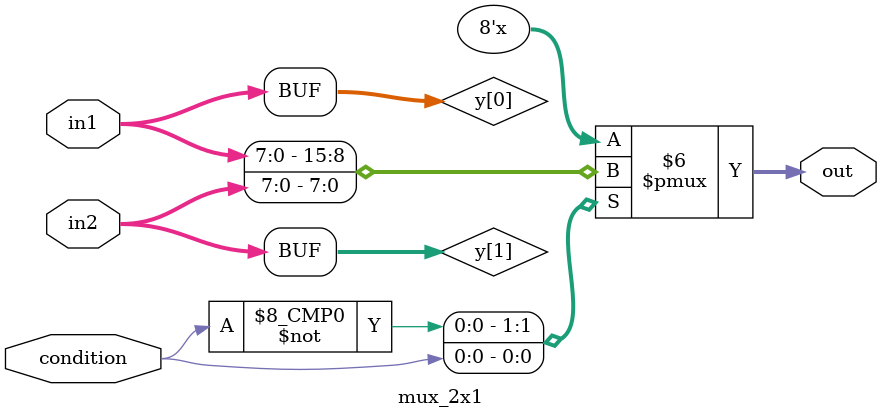
<source format=v>
`timescale 1ns / 1ps


module mux_2x1
#(
    parameter WIDTH = 8
)
(
    input [WIDTH-1:0] in1 ,
    input [WIDTH-1:0] in2,
    input condition,
    
    output [WIDTH-1:0] out
    );
    
    wire [WIDTH-1:0] y [1:0];
    assign y[0] = in1;
    assign y[1] = in2;
    
    assign out = y[condition];
endmodule

</source>
